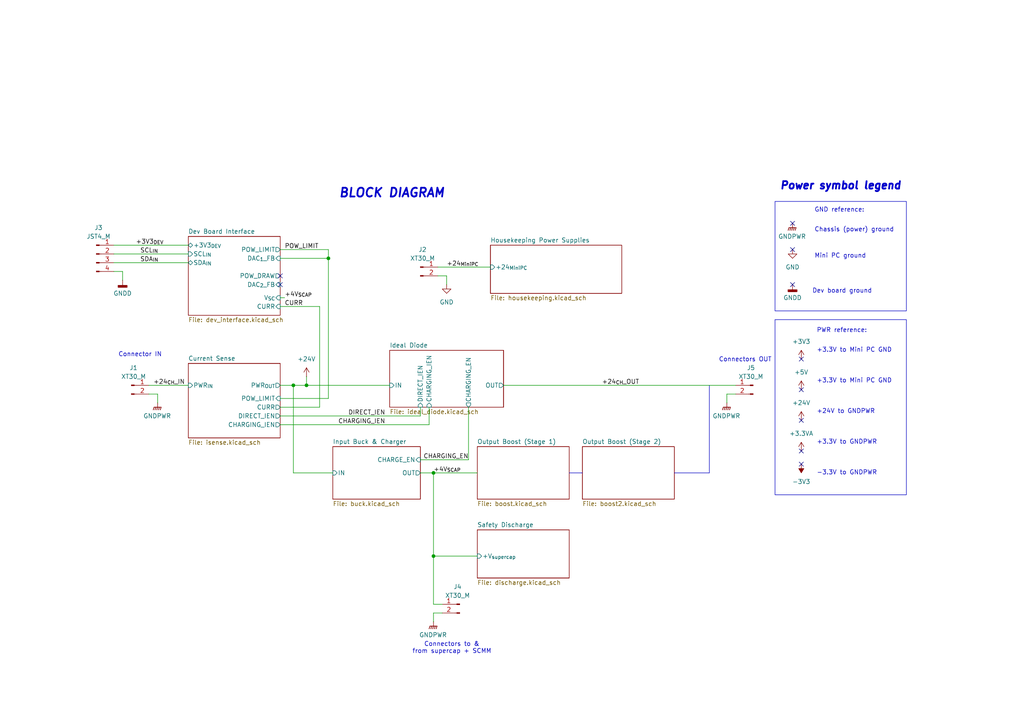
<source format=kicad_sch>
(kicad_sch (version 20231120) (generator "eeschema") (generator_version "8.0")
  (paper "A4")
  (title_block (title "Supercapacitor Manager") (date "2025-02-12") (rev "1") (company "UT Robomaster") (comment 1 "Robomaster"))
  (lib_symbols
    (symbol "Connector:Conn_01x02_Pin" (pin_names (offset 1.016) hide)
      (property "Reference" "J" (at 0 2.54 0))
      (property "Value" "Conn_01x02_Pin" (at 0 -5.08 0))
      (symbol "Conn_01x02_Pin_1_1"
        (polyline (pts (xy 1.27 -2.54) (xy 0.8636 -2.54)) (stroke (width 0.1524)))
        (polyline (pts (xy 1.27 0) (xy 0.8636 0)) (stroke (width 0.1524)))
        (rectangle (start 0.8636 -2.413) (end 0 -2.667) (stroke (width 0.1524)) (fill (type outline)))
        (rectangle (start 0.8636 0.127) (end 0 -0.127) (stroke (width 0.1524)) (fill (type outline)))
        (pin passive line (at 5.08 0 180) (length 3.81) (name "Pin_1") (number "1"))
        (pin passive line (at 5.08 -2.54 180) (length 3.81) (name "Pin_2") (number "2"))
      )
    )
    (symbol "Connector:Conn_01x04_Pin" (pin_names (offset 1.016) hide)
      (property "Reference" "J" (at 0 5.08 0))
      (property "Value" "Conn_01x04_Pin" (at 0 -7.62 0))
      (symbol "Conn_01x04_Pin_1_1"
        (polyline (pts (xy 1.27 -5.08) (xy 0.8636 -5.08)) (stroke (width 0.1524)))
        (polyline (pts (xy 1.27 -2.54) (xy 0.8636 -2.54)) (stroke (width 0.1524)))
        (polyline (pts (xy 1.27 0) (xy 0.8636 0)) (stroke (width 0.1524)))
        (polyline (pts (xy 1.27 2.54) (xy 0.8636 2.54)) (stroke (width 0.1524)))
        (rectangle (start 0.8636 -4.953) (end 0 -5.207) (stroke (width 0.1524)) (fill (type outline)))
        (rectangle (start 0.8636 -2.413) (end 0 -2.667) (stroke (width 0.1524)) (fill (type outline)))
        (rectangle (start 0.8636 0.127) (end 0 -0.127) (stroke (width 0.1524)) (fill (type outline)))
        (rectangle (start 0.8636 2.667) (end 0 2.413) (stroke (width 0.1524)) (fill (type outline)))
        (pin passive line (at 5.08 2.54 180) (length 3.81) (name "Pin_1") (number "1"))
        (pin passive line (at 5.08 0 180) (length 3.81) (name "Pin_2") (number "2"))
        (pin passive line (at 5.08 -2.54 180) (length 3.81) (name "Pin_3") (number "3"))
        (pin passive line (at 5.08 -5.08 180) (length 3.81) (name "Pin_4") (number "4"))
      )
    )
    (symbol "power:+24V" (power) (pin_numbers hide) (pin_names (offset 0) hide)
      (property "Value" "+24V" (at 0 3.556 0))
      (symbol "+24V_0_1"
        (polyline (pts (xy -0.762 1.27) (xy 0 2.54)))
        (polyline (pts (xy 0 0) (xy 0 2.54)))
        (polyline (pts (xy 0 2.54) (xy 0.762 1.27)))
      )
      (symbol "+24V_1_1"
        (pin power_in line (at 0 0 90) (length 0) (name "~") (number "1"))
      )
    )
    (symbol "power:+3.3VA" (power) (pin_numbers hide) (pin_names (offset 0) hide)
      (property "Value" "+3.3VA" (at 0 3.556 0))
      (symbol "+3.3VA_0_1"
        (polyline (pts (xy -0.762 1.27) (xy 0 2.54)))
        (polyline (pts (xy 0 0) (xy 0 2.54)))
        (polyline (pts (xy 0 2.54) (xy 0.762 1.27)))
      )
      (symbol "+3.3VA_1_1"
        (pin power_in line (at 0 0 90) (length 0) (name "~") (number "1"))
      )
    )
    (symbol "power:+3V3" (power) (pin_numbers hide) (pin_names (offset 0) hide)
      (property "Value" "+3V3" (at 0 3.556 0))
      (symbol "+3V3_0_1"
        (polyline (pts (xy -0.762 1.27) (xy 0 2.54)))
        (polyline (pts (xy 0 0) (xy 0 2.54)))
        (polyline (pts (xy 0 2.54) (xy 0.762 1.27)))
      )
      (symbol "+3V3_1_1"
        (pin power_in line (at 0 0 90) (length 0) (name "~") (number "1"))
      )
    )
    (symbol "power:+5V" (power) (pin_numbers hide) (pin_names (offset 0) hide)
      (property "Value" "+5V" (at 0 3.556 0))
      (symbol "+5V_0_1"
        (polyline (pts (xy -0.762 1.27) (xy 0 2.54)))
        (polyline (pts (xy 0 0) (xy 0 2.54)))
        (polyline (pts (xy 0 2.54) (xy 0.762 1.27)))
      )
      (symbol "+5V_1_1"
        (pin power_in line (at 0 0 90) (length 0) (name "~") (number "1"))
      )
    )
    (symbol "power:-3V3" (power) (pin_numbers hide) (pin_names (offset 0) hide)
      (property "Value" "-3V3" (at 0 3.556 0))
      (symbol "-3V3_0_0"
        (pin power_in line (at 0 0 90) (length 0) (name "~") (number "1"))
      )
      (symbol "-3V3_0_1"
        (polyline (pts (xy 0 0) (xy 0 1.27) (xy 0.762 1.27) (xy 0 2.54) (xy -0.762 1.27) (xy 0 1.27)) (fill (type outline)))
      )
    )
    (symbol "power:GND" (power) (pin_numbers hide) (pin_names (offset 0) hide)
      (property "Value" "GND" (at 0 -3.81 0))
      (symbol "GND_0_1"
        (polyline (pts (xy 0 0) (xy 0 -1.27) (xy 1.27 -1.27) (xy 0 -2.54) (xy -1.27 -1.27) (xy 0 -1.27)))
      )
      (symbol "GND_1_1"
        (pin power_in line (at 0 0 270) (length 0) (name "~") (number "1"))
      )
    )
    (symbol "power:GNDD" (power) (pin_numbers hide) (pin_names (offset 0) hide)
      (property "Value" "GNDD" (at 0 -3.175 0))
      (symbol "GNDD_0_1"
        (rectangle (start -1.27 -1.524) (end 1.27 -2.032) (stroke (width 0.254)) (fill (type outline)))
        (polyline (pts (xy 0 0) (xy 0 -1.524)))
      )
      (symbol "GNDD_1_1"
        (pin power_in line (at 0 0 270) (length 0) (name "~") (number "1"))
      )
    )
    (symbol "power:GNDPWR" (power) (pin_numbers hide) (pin_names (offset 0) hide)
      (property "Value" "GNDPWR" (at 0 -3.302 0))
      (symbol "GNDPWR_0_1"
        (polyline (pts (xy 0 -1.27) (xy 0 0)))
        (polyline (pts (xy -1.016 -1.27) (xy -1.27 -2.032) (xy -1.27 -2.032)) (stroke (width 0.2032)))
        (polyline (pts (xy -0.508 -1.27) (xy -0.762 -2.032) (xy -0.762 -2.032)) (stroke (width 0.2032)))
        (polyline (pts (xy 0 -1.27) (xy -0.254 -2.032) (xy -0.254 -2.032)) (stroke (width 0.2032)))
        (polyline (pts (xy 0.508 -1.27) (xy 0.254 -2.032) (xy 0.254 -2.032)) (stroke (width 0.2032)))
        (polyline (pts (xy 1.016 -1.27) (xy -1.016 -1.27) (xy -1.016 -1.27)) (stroke (width 0.2032)))
        (polyline (pts (xy 1.016 -1.27) (xy 0.762 -2.032) (xy 0.762 -2.032) (xy 0.762 -2.032)) (stroke (width 0.2032)))
      )
      (symbol "GNDPWR_1_1"
        (pin power_in line (at 0 0 270) (length 0) (name "~") (number "1"))
      )
    )
  )
  (junction (at 125.73 137.16))
  (junction (at 88.9 111.76))
  (junction (at 85.09 111.76))
  (junction (at 125.73 161.29))
  (junction (at 95.25 74.93))
  (no_connect (at 232.41 121.92))
  (no_connect (at 232.41 113.03))
  (no_connect (at 229.87 64.77))
  (no_connect (at 232.41 104.14))
  (no_connect (at 81.28 82.55))
  (no_connect (at 229.87 72.39))
  (no_connect (at 229.87 82.55))
  (no_connect (at 232.41 130.81))
  (no_connect (at 232.41 134.62))
  (no_connect (at 81.28 80.01))
  (wire (pts (xy 135.89 133.35) (xy 121.92 133.35)))
  (polyline (pts (xy 195.58 137.16) (xy 205.74 137.16)))
  (wire (pts (xy 45.72 114.3) (xy 45.72 116.84)))
  (wire (pts (xy 92.71 88.9) (xy 81.28 88.9)))
  (wire (pts (xy 125.73 161.29) (xy 138.43 161.29)))
  (wire (pts (xy 124.46 123.19) (xy 124.46 118.11)))
  (wire (pts (xy 81.28 72.39) (xy 95.25 72.39)))
  (wire (pts (xy 35.56 81.28) (xy 35.56 78.74)))
  (wire (pts (xy 210.82 114.3) (xy 213.36 114.3)))
  (wire (pts (xy 33.02 73.66) (xy 54.61 73.66)))
  (wire (pts (xy 125.73 137.16) (xy 138.43 137.16)))
  (wire (pts (xy 81.28 123.19) (xy 124.46 123.19)))
  (wire (pts (xy 95.25 74.93) (xy 95.25 115.57)))
  (wire (pts (xy 210.82 116.84) (xy 210.82 114.3)))
  (wire (pts (xy 129.54 80.01) (xy 127 80.01)))
  (wire (pts (xy 33.02 76.2) (xy 54.61 76.2)))
  (polyline (pts (xy 165.1 137.16) (xy 168.91 137.16)))
  (wire (pts (xy 135.89 118.11) (xy 135.89 133.35)))
  (wire (pts (xy 33.02 71.12) (xy 54.61 71.12)))
  (wire (pts (xy 92.71 88.9) (xy 92.71 118.11)))
  (wire (pts (xy 146.05 111.76) (xy 213.36 111.76)))
  (wire (pts (xy 88.9 111.76) (xy 113.03 111.76)))
  (wire (pts (xy 85.09 111.76) (xy 88.9 111.76)))
  (wire (pts (xy 85.09 137.16) (xy 85.09 111.76)))
  (wire (pts (xy 95.25 72.39) (xy 95.25 74.93)))
  (wire (pts (xy 128.27 177.8) (xy 125.73 177.8)))
  (wire (pts (xy 121.92 120.65) (xy 121.92 118.11)))
  (wire (pts (xy 35.56 78.74) (xy 33.02 78.74)))
  (wire (pts (xy 125.73 175.26) (xy 125.73 161.29)))
  (wire (pts (xy 81.28 120.65) (xy 121.92 120.65)))
  (polyline (pts (xy 205.74 137.16) (xy 205.74 111.76)))
  (wire (pts (xy 127 77.47) (xy 142.24 77.47)))
  (wire (pts (xy 43.18 114.3) (xy 45.72 114.3)))
  (wire (pts (xy 81.28 74.93) (xy 95.25 74.93)))
  (wire (pts (xy 125.73 161.29) (xy 125.73 137.16)))
  (wire (pts (xy 92.71 118.11) (xy 81.28 118.11)))
  (wire (pts (xy 129.54 82.55) (xy 129.54 80.01)))
  (wire (pts (xy 88.9 109.22) (xy 88.9 111.76)))
  (wire (pts (xy 128.27 175.26) (xy 125.73 175.26)))
  (wire (pts (xy 81.28 111.76) (xy 85.09 111.76)))
  (wire (pts (xy 81.28 115.57) (xy 95.25 115.57)))
  (wire (pts (xy 96.52 137.16) (xy 85.09 137.16)))
  (wire (pts (xy 121.92 137.16) (xy 125.73 137.16)))
  (wire (pts (xy 82.55 86.36) (xy 81.28 86.36)))
  (wire (pts (xy 43.18 111.76) (xy 54.61 111.76)))
  (wire (pts (xy 125.73 177.8) (xy 125.73 180.34)))
  (rectangle (start 224.79 92.71) (end 262.89 143.51))
  (rectangle (start 224.79 58.42) (end 262.89 90.17))
  (text "+3.3V to Mini PC GND" (at 236.855 101.6 0) (effects (font (size 1.27 1.27)) (justify left)))
  (text "+3.3V to Mini PC GND" (at 236.855 110.49 0) (effects (font (size 1.27 1.27)) (justify left)))
  (text "Connector IN" (at 40.64 103.632 0) (effects (font (size 1.27 1.27)) (justify bottom)))
  (text "Power symbol legend" (at 243.84 55.245 0) (effects (font (size 2.159 2.159) (thickness 0.508) (bold yes) (italic yes)) (justify bottom)))
  (text "Connectors OUT" (at 216.154 103.632 0) (effects (font (size 1.27 1.27)) (justify top)))
  (text "GND reference:" (at 236.22 60.96 0) (effects (font (size 1.27 1.27)) (justify left)))
  (text "-3.3V to GNDPWR" (at 236.855 137.16 0) (effects (font (size 1.27 1.27)) (justify left)))
  (text "+24V to GNDPWR" (at 236.855 119.38 0) (effects (font (size 1.27 1.27)) (justify left)))
  (text "Connectors to &\nfrom supercap + SCMM" (at 131.064 186.182 0) (effects (font (size 1.27 1.27)) (justify top)))
  (text "BLOCK DIAGRAM" (at 113.665 54.61 0) (effects (font (size 2.54 2.54) (thickness 0.508) (bold yes) (italic yes)) (justify top)))
  (text "Dev board ground" (at 235.585 84.455 0) (effects (font (size 1.27 1.27)) (justify left)))
  (text "Chassis (power) ground" (at 236.22 66.675 0) (effects (font (size 1.27 1.27)) (justify left)))
  (text "+3.3V to GNDPWR" (at 236.855 128.27 0) (effects (font (size 1.27 1.27)) (justify left)))
  (text "Mini PC ground" (at 236.22 74.295 0) (effects (font (size 1.27 1.27)) (justify left)))
  (text "PWR reference:" (at 236.855 95.885 0) (effects (font (size 1.27 1.27)) (justify left)))
  (label "CHARGING_EN" (at 135.89 133.35 180))
  (label "+4V_{SCAP}" (at 82.55 86.36 0))
  (label "CHARGING_IEN" (at 111.76 123.19 180))
  (label "+24_{MiniPC}" (at 129.54 77.47 0))
  (label "SDA_{IN}" (at 40.64 76.2 0))
  (label "SCL_{IN}" (at 40.64 73.66 0))
  (label "DIRECT_IEN" (at 111.76 120.65 180))
  (label "CURR" (at 82.55 88.9 0))
  (label "+24_{CH}_OUT" (at 185.42 111.76 180))
  (label "+24_{CH}_IN" (at 44.45 111.76 0))
  (label "+4V_{SCAP}" (at 125.73 137.16 0))
  (label "POW_LIMIT" (at 82.55 72.39 0) (effects (font (thickness 0.1588))))
  (label "+3V3_{DEV}" (at 39.37 71.12 0))
  (symbol (lib_id "power:GNDPWR") (at 45.72 116.84 0) (unit 1)
    (property "Reference" "#PWR04" (effects (hide yes)))
    (property "Value" "GNDPWR" (at 45.593 120.65 0))
    (property "Description" "Power symbol creates a global label with name \"GNDPWR\" , global ground" (effects (hide yes)))
  )
  (symbol (lib_id "power:GNDD") (at 229.87 82.55 0) (unit 1)
    (property "Reference" "#PWR03" (effects (hide yes)))
    (property "Value" "GNDD" (at 229.87 86.36 0))
    (property "Description" "Power symbol creates a global label with name \"GNDD\" , digital ground" (effects (hide yes)))
  )
  (symbol (lib_id "power:GNDD") (at 35.56 81.28 0) (unit 1)
    (property "Reference" "#PWR011" (effects (hide yes)))
    (property "Value" "GNDD" (at 35.56 85.09 0))
    (property "Description" "Power symbol creates a global label with name \"GNDD\" , digital ground" (effects (hide yes)))
  )
  (symbol (lib_id "power:GND") (at 129.54 82.55 0) (unit 1)
    (property "Reference" "#PWR09" (effects (hide yes)))
    (property "Value" "GND" (at 129.54 87.63 0))
    (property "Description" "Power symbol creates a global label with name \"GND\" , ground" (effects (hide yes)))
  )
  (symbol (lib_id "power:+5V") (at 232.41 113.03 0) (unit 1)
    (property "Reference" "#PWR06" (effects (hide yes)))
    (property "Value" "+5V" (at 232.41 107.95 0))
    (property "Description" "Power symbol creates a global label with name \"+5V\"" (effects (hide yes)))
  )
  (symbol (lib_id "power:+3V3") (at 232.41 104.14 0) (unit 1)
    (property "Reference" "#PWR05" (effects (hide yes)))
    (property "Value" "+3V3" (at 232.41 99.06 0))
    (property "Description" "Power symbol creates a global label with name \"+3V3\"" (effects (hide yes)))
  )
  (symbol (lib_id "power:-3V3") (at 232.41 134.62 0) (mirror x) (unit 1)
    (property "Reference" "#PWR074" (effects (hide yes)))
    (property "Value" "-3V3" (at 232.41 139.7 0))
    (property "Description" "Power symbol creates a global label with name \"-3V3\"" (effects (hide yes)))
  )
  (symbol (lib_id "Connector:Conn_01x02_Pin") (at 133.35 175.26 0) (mirror y) (unit 1)
    (property "Reference" "J4" (at 132.715 170.18 0))
    (property "Value" "XT30_M" (at 132.715 172.72 0))
    (property "Footprint" "Connector_AMASS:AMASS_XT30U-M_1x02_P5.0mm_Vertical" (effects (hide yes)))
    (property "Description" "Generic connector, single row, 01x02, script generated" (effects (hide yes)))
  )
  (symbol (lib_id "power:GNDPWR") (at 210.82 116.84 0) (unit 1)
    (property "Reference" "#PWR013" (effects (hide yes)))
    (property "Value" "GNDPWR" (at 210.693 120.65 0))
    (property "Description" "Power symbol creates a global label with name \"GNDPWR\" , global ground" (effects (hide yes)))
  )
  (symbol (lib_id "power:+24V") (at 88.9 109.22 0) (unit 1)
    (property "Reference" "#PWR010" (effects (hide yes)))
    (property "Value" "+24V" (at 88.9 104.14 0))
    (property "Description" "Power symbol creates a global label with name \"+24V\"" (effects (hide yes)))
  )
  (symbol (lib_id "power:GNDPWR") (at 125.73 180.34 0) (unit 1)
    (property "Reference" "#PWR012" (effects (hide yes)))
    (property "Value" "GNDPWR" (at 125.603 184.15 0))
    (property "Description" "Power symbol creates a global label with name \"GNDPWR\" , global ground" (effects (hide yes)))
  )
  (symbol (lib_id "Connector:Conn_01x02_Pin") (at 121.92 77.47 0) (unit 1)
    (property "Reference" "J2" (at 122.555 72.39 0))
    (property "Value" "XT30_M" (at 122.555 74.93 0))
    (property "Footprint" "Connector_AMASS:AMASS_XT30U-M_1x02_P5.0mm_Vertical" (effects (hide yes)))
    (property "Description" "Generic connector, single row, 01x02, script generated" (effects (hide yes)))
  )
  (symbol (lib_id "power:+3.3VA") (at 232.41 130.81 0) (unit 1)
    (property "Reference" "#PWR08" (effects (hide yes)))
    (property "Value" "+3.3VA" (at 232.41 125.73 0))
    (property "Description" "Power symbol creates a global label with name \"+3.3VA\"" (effects (hide yes)))
  )
  (symbol (lib_id "power:+24V") (at 232.41 121.92 0) (unit 1)
    (property "Reference" "#PWR07" (effects (hide yes)))
    (property "Value" "+24V" (at 232.41 116.84 0))
    (property "Description" "Power symbol creates a global label with name \"+24V\"" (effects (hide yes)))
  )
  (symbol (lib_id "Connector:Conn_01x02_Pin") (at 38.1 111.76 0) (unit 1)
    (property "Reference" "J1" (at 38.735 106.68 0))
    (property "Value" "XT30_M" (at 38.735 109.22 0))
    (property "Footprint" "Connector_AMASS:AMASS_XT30U-M_1x02_P5.0mm_Vertical" (effects (hide yes)))
    (property "Description" "Generic connector, single row, 01x02, script generated" (effects (hide yes)))
  )
  (symbol (lib_id "Connector:Conn_01x04_Pin") (at 27.94 73.66 0) (unit 1)
    (property "Reference" "J3" (at 28.575 66.04 0))
    (property "Value" "JST4_M" (at 28.575 68.58 0))
    (property "Footprint" "Connector_JST:JST_GH_BM04B-GHS-TBT_1x04-1MP_P1.25mm_Vertical" (effects (hide yes)))
    (property "Description" "Generic connector, single row, 01x04, script generated" (effects (hide yes)))
  )
  (symbol (lib_id "Connector:Conn_01x02_Pin") (at 218.44 111.76 0) (mirror y) (unit 1)
    (property "Reference" "J5" (at 217.805 106.68 0))
    (property "Value" "XT30_M" (at 217.805 109.22 0))
    (property "Footprint" "Connector_AMASS:AMASS_XT30U-M_1x02_P5.0mm_Vertical" (effects (hide yes)))
    (property "Description" "Generic connector, single row, 01x02, script generated" (effects (hide yes)))
  )
  (symbol (lib_id "power:GND") (at 229.87 72.39 0) (unit 1)
    (property "Reference" "#PWR02" (effects (hide yes)))
    (property "Value" "GND" (at 229.87 77.47 0))
    (property "Description" "Power symbol creates a global label with name \"GND\" , ground" (effects (hide yes)))
  )
  (symbol (lib_id "power:GNDPWR") (at 229.87 64.77 0) (unit 1)
    (property "Reference" "#PWR01" (effects (hide yes)))
    (property "Value" "GNDPWR" (at 229.743 68.58 0))
    (property "Description" "Power symbol creates a global label with name \"GNDPWR\" , global ground" (effects (hide yes)))
  )
  (sheet (at 54.61 68.58) (size 26.67 22.86) (stroke (width 0.1524))
    (property "Sheetname" "Dev Board Interface" (at 54.61 67.8684 0) (effects (justify left bottom)))
    (property "Sheetfile" "dev_interface.kicad_sch" (at 54.61 92.0246 0) (effects (justify left top)))
    (pin "SCL_{IN}" input (at 54.61 73.66 180))
    (pin "+3V3_{DEV}" bidirectional (at 54.61 71.12 180))
    (pin "SDA_{IN}" bidirectional (at 54.61 76.2 180))
    (pin "POW_DRAW" output (at 81.28 80.01 0))
    (pin "DAC_{2}_FB" input (at 81.28 82.55 0))
    (pin "POW_LIMIT" output (at 81.28 72.39 0))
    (pin "DAC_{1}_FB" input (at 81.28 74.93 0))
    (pin "CURR" input (at 81.28 88.9 0))
    (pin "V_{SC}" input (at 81.28 86.36 0))
  )
  (sheet (at 142.24 71.12) (size 38.1 13.97) (stroke (width 0.1524))
    (property "Sheetname" "Housekeeping Power Supplies" (at 142.24 70.4084 0) (effects (justify left bottom)))
    (property "Sheetfile" "housekeeping.kicad_sch" (at 142.24 85.6746 0) (effects (justify left top)))
    (pin "+24_{MiniPC}" input (at 142.24 77.47 180))
  )
  (sheet (at 96.52 129.54) (size 25.4 15.24) (stroke (width 0.1524))
    (property "Sheetname" "Input Buck & Charger" (at 96.52 128.8284 0) (effects (justify left bottom)))
    (property "Sheetfile" "buck.kicad_sch" (at 96.52 145.3646 0) (effects (justify left top)))
    (pin "IN" input (at 96.52 137.16 180))
    (pin "CHARGE_EN" input (at 121.92 133.35 0))
    (pin "OUT" output (at 121.92 137.16 0))
  )
  (sheet (at 168.91 129.54) (size 26.67 15.24) (stroke (width 0.1524))
    (property "Sheetname" "Output Boost (Stage 2)" (at 168.91 128.8284 0) (effects (justify left bottom)))
    (property "Sheetfile" "boost2.kicad_sch" (at 168.91 145.3646 0) (effects (justify left top)))
  )
  (sheet (at 54.61 105.41) (size 26.67 21.59) (stroke (width 0.1524))
    (property "Sheetname" "Current Sense" (at 54.61 104.6984 0) (effects (justify left bottom)))
    (property "Sheetfile" "isense.kicad_sch" (at 54.61 127.5846 0) (effects (justify left top)))
    (pin "PWR_{OUT}" output (at 81.28 111.76 0))
    (pin "PWR_{IN}" input (at 54.61 111.76 180))
    (pin "CURR" output (at 81.28 118.11 0))
    (pin "CHARGING_IEN" output (at 81.28 123.19 0))
    (pin "DIRECT_IEN" output (at 81.28 120.65 0))
    (pin "POW_LIMIT" input (at 81.28 115.57 0))
  )
  (sheet (at 138.43 153.67) (size 26.67 13.97) (stroke (width 0.1524))
    (property "Sheetname" "Safety Discharge" (at 138.43 152.9584 0) (effects (justify left bottom)))
    (property "Sheetfile" "discharge.kicad_sch" (at 138.43 168.2246 0) (effects (justify left top)))
    (pin "+V_{supercap}" input (at 138.43 161.29 180))
  )
  (sheet (at 113.03 101.6) (size 33.02 16.51) (stroke (width 0.1524))
    (property "Sheetname" "Ideal Diode" (at 113.03 100.8884 0) (effects (justify left bottom)))
    (property "Sheetfile" "ideal_diode.kicad_sch" (at 113.03 118.6946 0) (effects (justify left top)))
    (pin "OUT" output (at 146.05 111.76 0))
    (pin "IN" input (at 113.03 111.76 180))
    (pin "DIRECT_IEN" input (at 121.92 118.11 270))
    (pin "CHARGING_IEN" input (at 124.46 118.11 270))
    (pin "CHARGING_EN" output (at 135.89 118.11 270))
  )
  (sheet (at 138.43 129.54) (size 26.67 15.24) (stroke (width 0.1524))
    (property "Sheetname" "Output Boost (Stage 1)" (at 138.43 128.8284 0) (effects (justify left bottom)))
    (property "Sheetfile" "boost.kicad_sch" (at 138.43 145.3646 0) (effects (justify left top)))
  )
)
</source>
